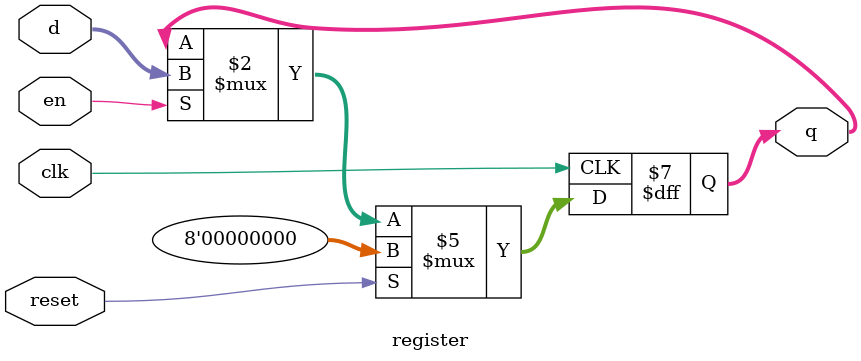
<source format=sv>
`timescale 1ns / 1ps

module register(
    input logic clk,
    input logic reset,
    input logic en, // enable
    input logic [7:0] d, // data
    output logic [7:0] q // quit
    );

always_ff @(posedge clk) begin
    if (reset)
        q <= 8'b0;
    else if (en)
        q <= d;
end

//always_ff @(posedge clk) begin
//    case ({reset, en})
//        2'b1x: q <= 8'b0;
//        2'b01: q <= d;
//        default: q <= q;
//    endcase
//end

endmodule
</source>
